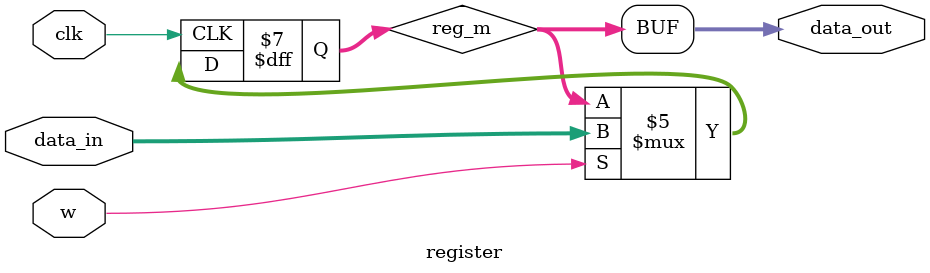
<source format=v>
module register(data_in,data_out,clk,w);

input [15:0] data_in;
input clk;
input w;
output [15:0] data_out;
reg [15:0] data_out;
reg [15:0] reg_m;

always@(posedge clk)
begin
	if (w == 1)
	reg_m <= data_in;
	else 
	reg_m <= reg_m;
end

always @(*)
begin	
	data_out <= reg_m;
end

endmodule

</source>
